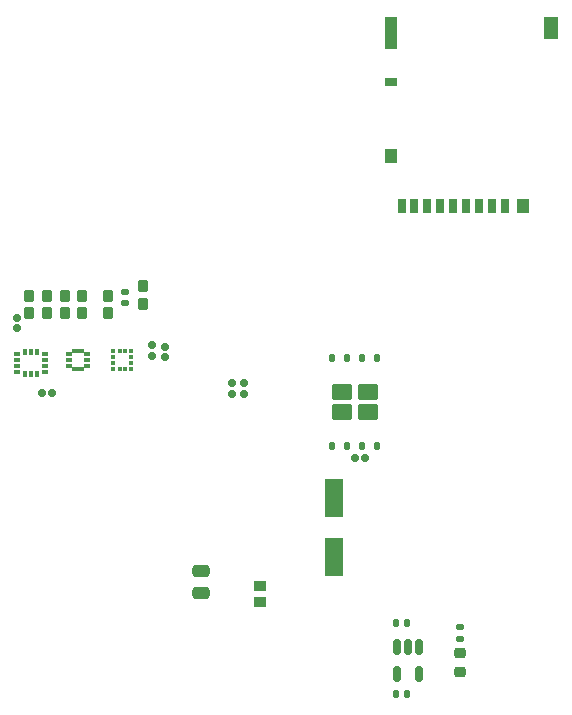
<source format=gbr>
G04 #@! TF.GenerationSoftware,KiCad,Pcbnew,9.0.3*
G04 #@! TF.CreationDate,2025-12-20T12:13:59-05:00*
G04 #@! TF.ProjectId,Experimental,45787065-7269-46d6-956e-74616c2e6b69,rev?*
G04 #@! TF.SameCoordinates,Original*
G04 #@! TF.FileFunction,Paste,Bot*
G04 #@! TF.FilePolarity,Positive*
%FSLAX46Y46*%
G04 Gerber Fmt 4.6, Leading zero omitted, Abs format (unit mm)*
G04 Created by KiCad (PCBNEW 9.0.3) date 2025-12-20 12:13:59*
%MOMM*%
%LPD*%
G01*
G04 APERTURE LIST*
G04 Aperture macros list*
%AMRoundRect*
0 Rectangle with rounded corners*
0 $1 Rounding radius*
0 $2 $3 $4 $5 $6 $7 $8 $9 X,Y pos of 4 corners*
0 Add a 4 corners polygon primitive as box body*
4,1,4,$2,$3,$4,$5,$6,$7,$8,$9,$2,$3,0*
0 Add four circle primitives for the rounded corners*
1,1,$1+$1,$2,$3*
1,1,$1+$1,$4,$5*
1,1,$1+$1,$6,$7*
1,1,$1+$1,$8,$9*
0 Add four rect primitives between the rounded corners*
20,1,$1+$1,$2,$3,$4,$5,0*
20,1,$1+$1,$4,$5,$6,$7,0*
20,1,$1+$1,$6,$7,$8,$9,0*
20,1,$1+$1,$8,$9,$2,$3,0*%
G04 Aperture macros list end*
%ADD10R,0.610000X0.350000*%
%ADD11R,0.350000X0.610000*%
%ADD12RoundRect,0.158750X-0.158750X-0.158750X0.158750X-0.158750X0.158750X0.158750X-0.158750X0.158750X0*%
%ADD13RoundRect,0.140000X0.140000X0.170000X-0.140000X0.170000X-0.140000X-0.170000X0.140000X-0.170000X0*%
%ADD14RoundRect,0.116250X0.348750X-0.358750X0.348750X0.358750X-0.348750X0.358750X-0.348750X-0.358750X0*%
%ADD15RoundRect,0.140000X0.170000X-0.140000X0.170000X0.140000X-0.170000X0.140000X-0.170000X-0.140000X0*%
%ADD16RoundRect,0.015750X0.174250X-0.159250X0.174250X0.159250X-0.174250X0.159250X-0.174250X-0.159250X0*%
%ADD17RoundRect,0.250000X-0.475000X0.250000X-0.475000X-0.250000X0.475000X-0.250000X0.475000X0.250000X0*%
%ADD18RoundRect,0.116250X-0.348750X0.358750X-0.348750X-0.358750X0.348750X-0.358750X0.348750X0.358750X0*%
%ADD19R,0.700000X1.200000*%
%ADD20R,1.000000X0.800000*%
%ADD21R,1.000000X1.200000*%
%ADD22R,1.000000X2.800000*%
%ADD23R,1.300000X1.900000*%
%ADD24RoundRect,0.158750X-0.158750X0.158750X-0.158750X-0.158750X0.158750X-0.158750X0.158750X0.158750X0*%
%ADD25RoundRect,0.150000X-0.150000X0.512500X-0.150000X-0.512500X0.150000X-0.512500X0.150000X0.512500X0*%
%ADD26RoundRect,0.158750X0.158750X-0.158750X0.158750X0.158750X-0.158750X0.158750X-0.158750X-0.158750X0*%
%ADD27R,1.600000X3.200000*%
%ADD28RoundRect,0.250000X0.615000X-0.435000X0.615000X0.435000X-0.615000X0.435000X-0.615000X-0.435000X0*%
%ADD29RoundRect,0.125000X0.125000X-0.200000X0.125000X0.200000X-0.125000X0.200000X-0.125000X-0.200000X0*%
%ADD30R,0.375000X0.350000*%
%ADD31R,0.350000X0.375000*%
%ADD32RoundRect,0.135000X-0.185000X0.135000X-0.185000X-0.135000X0.185000X-0.135000X0.185000X0.135000X0*%
%ADD33RoundRect,0.218750X0.256250X-0.218750X0.256250X0.218750X-0.256250X0.218750X-0.256250X-0.218750X0*%
%ADD34R,1.020000X0.890000*%
G04 APERTURE END LIST*
D10*
X101478400Y-81680000D03*
X101478400Y-81180000D03*
X101478400Y-80680000D03*
X101478400Y-80180000D03*
D11*
X102138400Y-80020000D03*
X102638400Y-80020000D03*
X103138400Y-80020000D03*
D10*
X103798400Y-80180000D03*
X103798400Y-80680000D03*
X103798400Y-81180000D03*
X103798400Y-81680000D03*
D11*
X103138400Y-81840000D03*
X102638400Y-81840000D03*
X102138400Y-81840000D03*
D12*
X112861600Y-80330000D03*
X112861600Y-79441000D03*
D13*
X134480000Y-103000000D03*
X133520000Y-103000000D03*
D14*
X107000000Y-76740000D03*
X107000000Y-75260000D03*
X109138400Y-76740000D03*
X109138400Y-75260000D03*
X112138400Y-75930000D03*
X112138400Y-74450000D03*
D15*
X110638400Y-75910000D03*
X110638400Y-74950000D03*
D16*
X106888400Y-81445000D03*
X106388400Y-81445000D03*
X105873400Y-81180000D03*
X105873400Y-80680000D03*
X105873400Y-80180000D03*
X106388400Y-79915000D03*
X106888400Y-79915000D03*
X107403400Y-80180000D03*
X107403400Y-80680000D03*
X107403400Y-81180000D03*
D17*
X117000000Y-98550000D03*
X117000000Y-100450000D03*
D12*
X120638400Y-83559000D03*
X120638400Y-82670000D03*
D18*
X104000000Y-75260000D03*
X104000000Y-76740000D03*
D19*
X142745000Y-67690000D03*
X141645000Y-67690000D03*
X140545000Y-67690000D03*
X139445000Y-67690000D03*
X138345000Y-67690000D03*
X137245000Y-67690000D03*
X136145000Y-67690000D03*
X135045000Y-67690000D03*
X134095000Y-67690000D03*
D20*
X133145000Y-57190000D03*
D21*
X133145000Y-63390000D03*
D22*
X133145000Y-53040000D03*
D21*
X144295000Y-67690000D03*
D23*
X146645000Y-52590000D03*
D24*
X103555500Y-83500000D03*
X104444500Y-83500000D03*
D25*
X133600000Y-105000000D03*
X134550000Y-105000000D03*
X135500000Y-105000000D03*
X135500000Y-107275000D03*
X133600000Y-107275000D03*
D12*
X119638400Y-83559000D03*
X119638400Y-82670000D03*
D26*
X130944500Y-89000000D03*
X130055500Y-89000000D03*
D12*
X101500000Y-78000000D03*
X101500000Y-77111000D03*
D14*
X105500000Y-76740000D03*
X105500000Y-75260000D03*
D12*
X114000000Y-80444500D03*
X114000000Y-79555500D03*
D13*
X134480000Y-109000000D03*
X133520000Y-109000000D03*
D27*
X128325000Y-97395000D03*
X128325000Y-92395000D03*
D28*
X131150000Y-85100000D03*
X129000000Y-85100000D03*
X131150000Y-83400000D03*
X129000000Y-83400000D03*
D29*
X131980000Y-88000000D03*
X130710000Y-88000000D03*
X129440000Y-88000000D03*
X128170000Y-88000000D03*
X128170000Y-80500000D03*
X129440000Y-80500000D03*
X130710000Y-80500000D03*
X131980000Y-80500000D03*
D30*
X109625900Y-81417500D03*
X109625900Y-80917500D03*
X109625900Y-80417500D03*
X109625900Y-79917500D03*
D31*
X110138400Y-79905000D03*
X110638400Y-79905000D03*
D30*
X111150900Y-79917500D03*
X111150900Y-80417500D03*
X111150900Y-80917500D03*
X111150900Y-81417500D03*
D31*
X110638400Y-81430000D03*
X110138400Y-81430000D03*
D32*
X139000000Y-103277500D03*
X139000000Y-104297500D03*
D33*
X139000000Y-107075000D03*
X139000000Y-105500000D03*
D18*
X102500000Y-75260000D03*
X102500000Y-76740000D03*
D34*
X122000000Y-99830000D03*
X122000000Y-101170000D03*
M02*

</source>
